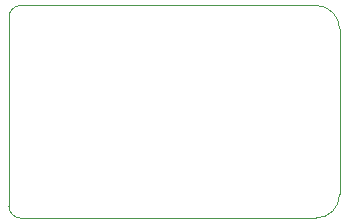
<source format=gbr>
%TF.GenerationSoftware,KiCad,Pcbnew,(7.0.0)*%
%TF.CreationDate,2023-02-23T15:33:30+08:00*%
%TF.ProjectId,CK,434b2e6b-6963-4616-945f-706362585858,rev?*%
%TF.SameCoordinates,Original*%
%TF.FileFunction,Profile,NP*%
%FSLAX46Y46*%
G04 Gerber Fmt 4.6, Leading zero omitted, Abs format (unit mm)*
G04 Created by KiCad (PCBNEW (7.0.0)) date 2023-02-23 15:33:30*
%MOMM*%
%LPD*%
G01*
G04 APERTURE LIST*
%TA.AperFunction,Profile*%
%ADD10C,0.100000*%
%TD*%
G04 APERTURE END LIST*
D10*
X120300000Y-98300000D02*
G75*
G03*
X118300000Y-96300000I-2000000J0D01*
G01*
X93300000Y-114300000D02*
X118300000Y-114300000D01*
X120300000Y-112300000D02*
X120300000Y-98300000D01*
X92300000Y-113300000D02*
G75*
G03*
X93300000Y-114300000I1000000J0D01*
G01*
X118300000Y-114300000D02*
G75*
G03*
X120300000Y-112300000I0J2000000D01*
G01*
X92300000Y-97300000D02*
X92300000Y-113300000D01*
X118300000Y-96300000D02*
X93300000Y-96300000D01*
X93300000Y-96300000D02*
G75*
G03*
X92300000Y-97300000I0J-1000000D01*
G01*
M02*

</source>
